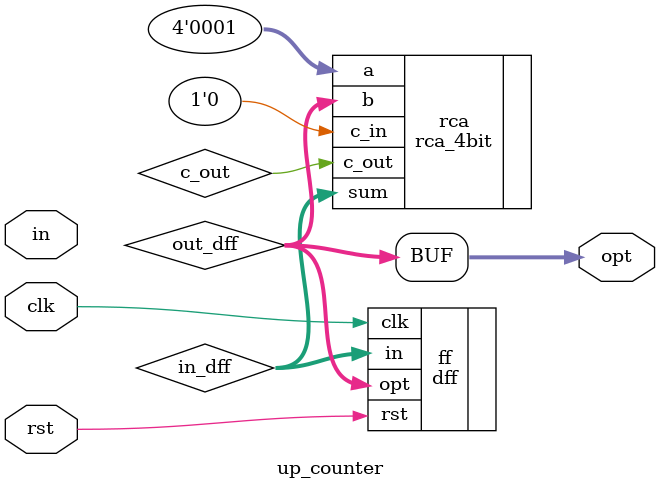
<source format=v>
`timescale 1ns / 1ps
module up_counter(input[3:0] in, input clk, input rst, output[3:0] opt);
	wire[3:0] in_dff;
	wire[3:0] out_dff;
	wire c_out;
	
	rca_4bit rca(.a(4'd1), .b(out_dff), .c_in(1'd0), .sum(in_dff), .c_out(c_out));
	dff ff(.clk(clk), .rst(rst), .in(in_dff), .opt(out_dff));
	
	assign opt = out_dff;
endmodule

</source>
